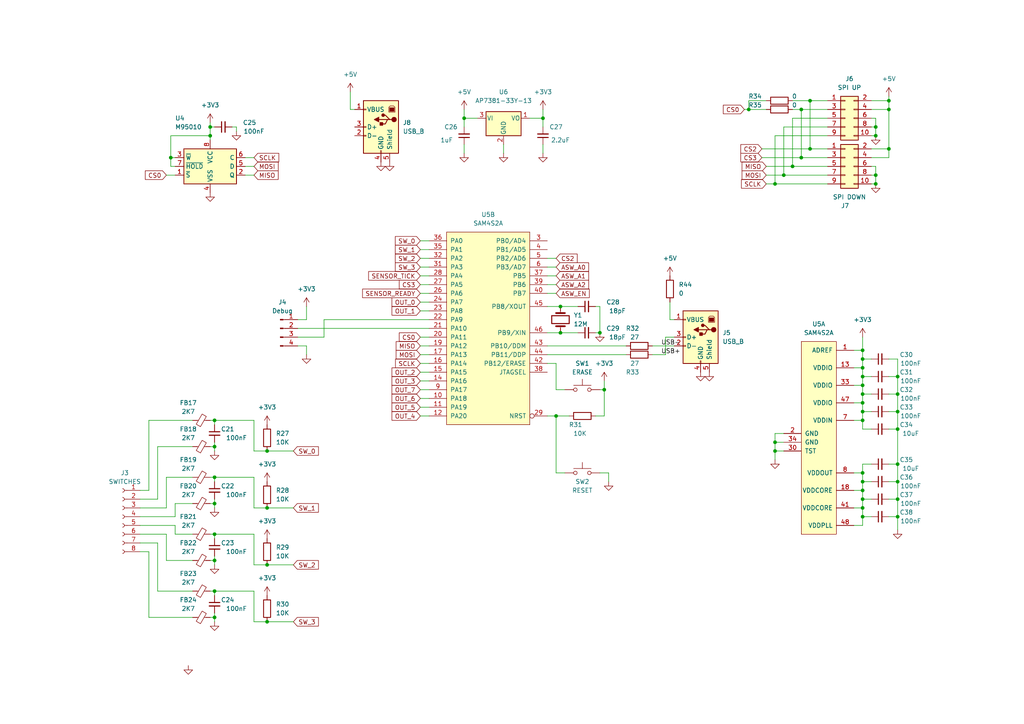
<source format=kicad_sch>
(kicad_sch (version 20211123) (generator eeschema)
  (paper "A4")
  (lib_symbols
    (symbol "Connector:Conn_01x04_Male" (pin_names (offset 1.016) hide)
      (property "Reference" "J" (at 0 5.08 0))
      (property "Value" "Conn_01x04_Male" (at 0 -7.62 0))
      (symbol "Conn_01x04_Male_1_1"
        (pin passive line (at 5.08 2.54 180) (length 3.81) (name "Pin_1") (number "1"))
        (pin passive line (at 5.08 0 180) (length 3.81) (name "Pin_2") (number "2"))
        (pin passive line (at 5.08 -2.54 180) (length 3.81) (name "Pin_3") (number "3"))
        (pin passive line (at 5.08 -5.08 180) (length 3.81) (name "Pin_4") (number "4"))
      )
    )
    (symbol "Connector:Conn_01x08_Female" (pin_names (offset 1.016) hide)
      (property "Reference" "J" (at 0 10.16 0))
      (property "Value" "Conn_01x08_Female" (at 0 -12.7 0))
      (symbol "Conn_01x08_Female_1_1"
        (pin passive line (at -5.08 7.62 0) (length 3.81) (name "Pin_1") (number "1"))
        (pin passive line (at -5.08 5.08 0) (length 3.81) (name "Pin_2") (number "2"))
        (pin passive line (at -5.08 2.54 0) (length 3.81) (name "Pin_3") (number "3"))
        (pin passive line (at -5.08 0 0) (length 3.81) (name "Pin_4") (number "4"))
        (pin passive line (at -5.08 -2.54 0) (length 3.81) (name "Pin_5") (number "5"))
        (pin passive line (at -5.08 -5.08 0) (length 3.81) (name "Pin_6") (number "6"))
        (pin passive line (at -5.08 -7.62 0) (length 3.81) (name "Pin_7") (number "7"))
        (pin passive line (at -5.08 -10.16 0) (length 3.81) (name "Pin_8") (number "8"))
      )
    )
    (symbol "Connector:USB_B" (pin_names (offset 1.016))
      (property "Reference" "J" (at -5.08 11.43 0))
      (property "Value" "USB_B" (at -5.08 8.89 0))
      (symbol "USB_B_1_1"
        (pin power_out line (at 7.62 5.08 180) (length 2.54) (name "VBUS") (number "1"))
        (pin bidirectional line (at 7.62 -2.54 180) (length 2.54) (name "D-") (number "2"))
        (pin bidirectional line (at 7.62 0 180) (length 2.54) (name "D+") (number "3"))
        (pin power_out line (at 0 -10.16 90) (length 2.54) (name "GND") (number "4"))
        (pin passive line (at -2.54 -10.16 90) (length 2.54) (name "Shield") (number "5"))
      )
    )
    (symbol "Connector_Generic:Conn_02x05_Odd_Even" (pin_names (offset 1.016) hide)
      (property "Reference" "J" (at 1.27 7.62 0))
      (property "Value" "Conn_02x05_Odd_Even" (at 1.27 -7.62 0))
      (symbol "Conn_02x05_Odd_Even_1_1"
        (pin passive line (at -5.08 5.08 0) (length 3.81) (name "Pin_1") (number "1"))
        (pin passive line (at 7.62 -5.08 180) (length 3.81) (name "Pin_10") (number "10"))
        (pin passive line (at 7.62 5.08 180) (length 3.81) (name "Pin_2") (number "2"))
        (pin passive line (at -5.08 2.54 0) (length 3.81) (name "Pin_3") (number "3"))
        (pin passive line (at 7.62 2.54 180) (length 3.81) (name "Pin_4") (number "4"))
        (pin passive line (at -5.08 0 0) (length 3.81) (name "Pin_5") (number "5"))
        (pin passive line (at 7.62 0 180) (length 3.81) (name "Pin_6") (number "6"))
        (pin passive line (at -5.08 -2.54 0) (length 3.81) (name "Pin_7") (number "7"))
        (pin passive line (at 7.62 -2.54 180) (length 3.81) (name "Pin_8") (number "8"))
        (pin passive line (at -5.08 -5.08 0) (length 3.81) (name "Pin_9") (number "9"))
      )
    )
    (symbol "Device:C_Small" (pin_numbers hide) (pin_names (offset 0.254) hide)
      (property "Reference" "C" (at 0.254 1.778 0))
      (property "Value" "C_Small" (at 0.254 -2.032 0))
      (symbol "C_Small_1_1"
        (pin passive line (at 0 2.54 270) (length 2.032) (name "~") (number "1"))
        (pin passive line (at 0 -2.54 90) (length 2.032) (name "~") (number "2"))
      )
    )
    (symbol "Device:Crystal" (pin_numbers hide) (pin_names (offset 1.016) hide)
      (property "Reference" "Y" (at 0 3.81 0))
      (property "Value" "Crystal" (at 0 -3.81 0))
      (symbol "Crystal_1_1"
        (pin passive line (at -3.81 0 0) (length 1.27) (name "1") (number "1"))
        (pin passive line (at 3.81 0 180) (length 1.27) (name "2") (number "2"))
      )
    )
    (symbol "Device:FerriteBead_Small" (pin_numbers hide) (pin_names (offset 0))
      (property "Reference" "FB" (at 1.905 1.27 0))
      (property "Value" "FerriteBead_Small" (at 1.905 -1.27 0))
      (symbol "FerriteBead_Small_1_1"
        (pin passive line (at 0 2.54 270) (length 1.27) (name "~") (number "1"))
        (pin passive line (at 0 -2.54 90) (length 1.27) (name "~") (number "2"))
      )
    )
    (symbol "Device:R" (pin_numbers hide) (pin_names (offset 0))
      (property "Reference" "R" (at 2.032 0 90))
      (property "Value" "R" (at 0 0 90))
      (symbol "R_1_1"
        (pin passive line (at 0 3.81 270) (length 1.27) (name "~") (number "1"))
        (pin passive line (at 0 -3.81 90) (length 1.27) (name "~") (number "2"))
      )
    )
    (symbol "GND_1" (power) (pin_names (offset 0))
      (property "Value" "GND_1" (at 0 -3.81 0))
      (symbol "GND_1_1_1"
        (pin power_in line (at 0 0 270) (length 0) hide (name "GND") (number "1"))
      )
    )
    (symbol "Memory_EEPROM:M95256-WMN6P"
      (property "Reference" "U" (at -7.62 6.35 0))
      (property "Value" "M95256-WMN6P" (at 2.54 -6.35 0))
      (symbol "M95256-WMN6P_1_1"
        (pin input line (at -10.16 -2.54 0) (length 2.54) (name "~{S}") (number "1"))
        (pin output line (at 10.16 -2.54 180) (length 2.54) (name "Q") (number "2"))
        (pin input line (at -10.16 2.54 0) (length 2.54) (name "~{W}") (number "3"))
        (pin power_in line (at 0 -7.62 90) (length 2.54) (name "VSS") (number "4"))
        (pin input line (at 10.16 0 180) (length 2.54) (name "D") (number "5"))
        (pin input line (at 10.16 2.54 180) (length 2.54) (name "C") (number "6"))
        (pin input line (at -10.16 0 0) (length 2.54) (name "~{HOLD}") (number "7"))
        (pin power_in line (at 0 7.62 270) (length 2.54) (name "VCC") (number "8"))
      )
    )
    (symbol "Regulator_Linear:AP7384-28Y" (pin_names (offset 0.254))
      (property "Reference" "U" (at -3.81 3.175 0))
      (property "Value" "AP7384-28Y" (at 0 3.175 0))
      (symbol "AP7384-28Y_1_1"
        (pin power_out line (at 7.62 0 180) (length 2.54) (name "VO") (number "1"))
        (pin power_in line (at 0 -7.62 90) (length 2.54) (name "GND") (number "2"))
        (pin power_in line (at -7.62 0 0) (length 2.54) (name "VI") (number "3"))
      )
    )
    (symbol "Switch:SW_Push" (pin_numbers hide) (pin_names (offset 1.016) hide)
      (property "Reference" "SW" (at 1.27 2.54 0))
      (property "Value" "SW_Push" (at 0 -1.524 0))
      (symbol "SW_Push_0_1"
        (pin passive line (at -5.08 0 0) (length 2.54) (name "1") (number "1"))
        (pin passive line (at 5.08 0 180) (length 2.54) (name "2") (number "2"))
      )
    )
    (symbol "piphile:SAM4S2A" (pin_names (offset 1.016))
      (property "Reference" "U2" (at 7.62 60.96 0))
      (property "Value" "SAM4S2A" (at 8.89 58.42 0))
      (symbol "SAM4S2A_1_1"
        (pin power_in line (at 13.97 12.7 180) (length 5.08) (name "ADREF") (number "1"))
        (pin power_in line (at 13.97 7.62 180) (length 5.08) (name "VDDIO") (number "13"))
        (pin power_in line (at 13.97 -27.94 180) (length 5.08) (name "VDDCORE") (number "18"))
        (pin power_in line (at -6.35 -11.43 0) (length 5.08) (name "GND") (number "2"))
        (pin input line (at -6.35 -16.51 0) (length 5.08) (name "TST") (number "30"))
        (pin power_in line (at 13.97 2.54 180) (length 5.08) (name "VDDIO") (number "33"))
        (pin power_in line (at -6.35 -13.97 0) (length 5.08) (name "GND") (number "34"))
        (pin power_in line (at 13.97 -33.02 180) (length 5.08) (name "VDDCORE") (number "41"))
        (pin power_in line (at 13.97 -2.54 180) (length 5.08) (name "VDDIO") (number "47"))
        (pin power_in line (at 13.97 -38.1 180) (length 5.08) (name "VDDPLL") (number "48"))
        (pin power_in line (at 13.97 -7.62 180) (length 5.08) (name "VDDIN") (number "7"))
        (pin power_out line (at 13.97 -22.86 180) (length 5.08) (name "VDDOUT") (number "8"))
      )
      (symbol "SAM4S2A_2_1"
        (pin bidirectional line (at -5.08 2.54 0) (length 5.08) (name "PA18") (number "10"))
        (pin bidirectional line (at -5.08 0 0) (length 5.08) (name "PA19") (number "11"))
        (pin bidirectional line (at -5.08 -2.54 0) (length 5.08) (name "PA20") (number "12"))
        (pin bidirectional line (at -5.08 7.62 0) (length 5.08) (name "PA16") (number "14"))
        (pin bidirectional line (at -5.08 10.16 0) (length 5.08) (name "PA15") (number "15"))
        (pin bidirectional line (at -5.08 12.7 0) (length 5.08) (name "PA14") (number "16"))
        (pin bidirectional line (at -5.08 15.24 0) (length 5.08) (name "PA13") (number "17"))
        (pin bidirectional line (at -5.08 17.78 0) (length 5.08) (name "PA12") (number "19"))
        (pin bidirectional line (at -5.08 20.32 0) (length 5.08) (name "PA11") (number "20"))
        (pin bidirectional line (at -5.08 22.86 0) (length 5.08) (name "PA10") (number "21"))
        (pin bidirectional line (at -5.08 25.4 0) (length 5.08) (name "PA9") (number "22"))
        (pin bidirectional line (at -5.08 27.94 0) (length 5.08) (name "PA8") (number "23"))
        (pin bidirectional line (at -5.08 30.48 0) (length 5.08) (name "PA7") (number "24"))
        (pin bidirectional line (at -5.08 33.02 0) (length 5.08) (name "PA6") (number "26"))
        (pin bidirectional line (at -5.08 35.56 0) (length 5.08) (name "PA5") (number "27"))
        (pin bidirectional line (at -5.08 38.1 0) (length 5.08) (name "PA4") (number "28"))
        (pin input inverted (at 29.21 -2.54 180) (length 5.08) (name "NRST") (number "29"))
        (pin bidirectional line (at 29.21 48.26 180) (length 5.08) (name "PB0/AD4") (number "3"))
        (pin bidirectional line (at -5.08 40.64 0) (length 5.08) (name "PA3") (number "31"))
        (pin bidirectional line (at -5.08 43.18 0) (length 5.08) (name "PA2") (number "32"))
        (pin bidirectional line (at -5.08 45.72 0) (length 5.08) (name "PA1") (number "35"))
        (pin bidirectional line (at -5.08 48.26 0) (length 5.08) (name "PA0") (number "36"))
        (pin bidirectional line (at 29.21 38.1 180) (length 5.08) (name "PB5") (number "37"))
        (pin bidirectional line (at 29.21 10.16 180) (length 5.08) (name "JTAGSEL") (number "38"))
        (pin bidirectional line (at 29.21 35.56 180) (length 5.08) (name "PB6") (number "39"))
        (pin bidirectional line (at 29.21 45.72 180) (length 5.08) (name "PB1/AD5") (number "4"))
        (pin bidirectional line (at 29.21 33.02 180) (length 5.08) (name "PB7") (number "40"))
        (pin bidirectional line (at 29.21 12.7 180) (length 5.08) (name "PB12/ERASE") (number "42"))
        (pin bidirectional line (at 29.21 17.78 180) (length 5.08) (name "PB10/DDM") (number "43"))
        (pin bidirectional line (at 29.21 15.24 180) (length 5.08) (name "PB11/DDP") (number "44"))
        (pin output line (at 29.21 29.21 180) (length 5.08) (name "PB8/XOUT") (number "45"))
        (pin input line (at 29.21 21.59 180) (length 5.08) (name "PB9/XIN") (number "46"))
        (pin bidirectional line (at 29.21 43.18 180) (length 5.08) (name "PB2/AD6") (number "5"))
        (pin bidirectional line (at 29.21 40.64 180) (length 5.08) (name "PB3/AD7") (number "6"))
        (pin bidirectional line (at -5.08 5.08 0) (length 5.08) (name "PA17") (number "9"))
      )
    )
    (symbol "power:+3V3" (power) (pin_names (offset 0))
      (property "Value" "+3V3" (at 0 3.556 0))
      (symbol "+3V3_1_1"
        (pin power_in line (at 0 0 90) (length 0) hide (name "+3V3") (number "1"))
      )
    )
    (symbol "power:+5V" (power) (pin_names (offset 0))
      (property "Value" "+5V" (at 0 3.556 0))
      (symbol "+5V_1_1"
        (pin power_in line (at 0 0 90) (length 0) hide (name "+5V") (number "1"))
      )
    )
  )
  (junction (at 134.62 34.29))
  (junction (at 260.35 109.22))
  (junction (at 234.95 29.21))
  (junction (at 260.35 134.62))
  (junction (at 175.26 113.03))
  (junction (at 254 50.8))
  (junction (at 254 39.37))
  (junction (at 257.81 29.21))
  (junction (at 62.23 146.05))
  (junction (at 250.19 111.76))
  (junction (at 250.19 144.78))
  (junction (at 49.53 45.72))
  (junction (at 224.79 53.34))
  (junction (at 250.19 137.16))
  (junction (at 254 36.83))
  (junction (at 77.47 147.32))
  (junction (at 250.19 116.84))
  (junction (at 77.47 130.81))
  (junction (at 260.35 144.78))
  (junction (at 62.23 138.43))
  (junction (at 227.33 50.8))
  (junction (at 77.47 163.83))
  (junction (at 250.19 121.92))
  (junction (at 77.47 180.34))
  (junction (at 157.48 34.29))
  (junction (at 62.23 129.54))
  (junction (at 217.17 31.75))
  (junction (at 260.35 124.46))
  (junction (at 260.35 114.3))
  (junction (at 62.23 154.94))
  (junction (at 234.95 43.18))
  (junction (at 224.79 128.27))
  (junction (at 260.35 119.38))
  (junction (at 60.96 39.37))
  (junction (at 254 53.34))
  (junction (at 162.56 96.52))
  (junction (at 257.81 31.75))
  (junction (at 250.19 139.7))
  (junction (at 250.19 147.32))
  (junction (at 232.41 45.72))
  (junction (at 250.19 119.38))
  (junction (at 250.19 109.22))
  (junction (at 224.79 130.81))
  (junction (at 250.19 104.14))
  (junction (at 260.35 149.86))
  (junction (at 250.19 142.24))
  (junction (at 173.99 96.52))
  (junction (at 232.41 31.75))
  (junction (at 250.19 101.6))
  (junction (at 250.19 114.3))
  (junction (at 161.29 120.65))
  (junction (at 250.19 106.68))
  (junction (at 60.96 36.83))
  (junction (at 229.87 48.26))
  (junction (at 162.56 88.9))
  (junction (at 260.35 139.7))
  (junction (at 62.23 171.45))
  (junction (at 62.23 121.92))
  (junction (at 62.23 179.07))
  (junction (at 257.81 43.18))
  (junction (at 62.23 162.56))
  (junction (at 250.19 149.86))
  (wire (pts (xy 250.19 139.7) (xy 250.19 142.24)))
  (wire (pts (xy 62.23 138.43) (xy 73.66 138.43)))
  (wire (pts (xy 250.19 104.14) (xy 250.19 106.68)))
  (wire (pts (xy 62.23 179.07) (xy 62.23 180.34)))
  (wire (pts (xy 175.26 120.65) (xy 172.72 120.65)))
  (wire (pts (xy 240.03 36.83) (xy 227.33 36.83)))
  (wire (pts (xy 48.26 138.43) (xy 55.88 138.43)))
  (wire (pts (xy 62.23 162.56) (xy 62.23 163.83)))
  (wire (pts (xy 121.92 87.63) (xy 124.46 87.63)))
  (wire (pts (xy 257.81 144.78) (xy 260.35 144.78)))
  (wire (pts (xy 62.23 171.45) (xy 73.66 171.45)))
  (wire (pts (xy 252.73 48.26) (xy 254 48.26)))
  (wire (pts (xy 161.29 137.16) (xy 161.29 120.65)))
  (wire (pts (xy 257.81 114.3) (xy 260.35 114.3)))
  (wire (pts (xy 121.92 74.93) (xy 124.46 74.93)))
  (wire (pts (xy 73.66 171.45) (xy 73.66 180.34)))
  (wire (pts (xy 250.19 149.86) (xy 252.73 149.86)))
  (wire (pts (xy 250.19 152.4) (xy 250.19 149.86)))
  (wire (pts (xy 250.19 121.92) (xy 250.19 119.38)))
  (wire (pts (xy 73.66 154.94) (xy 73.66 163.83)))
  (wire (pts (xy 224.79 130.81) (xy 224.79 133.35)))
  (wire (pts (xy 222.25 48.26) (xy 229.87 48.26)))
  (wire (pts (xy 60.96 36.83) (xy 60.96 39.37)))
  (wire (pts (xy 45.72 129.54) (xy 55.88 129.54)))
  (wire (pts (xy 40.64 147.32) (xy 48.26 147.32)))
  (wire (pts (xy 250.19 137.16) (xy 250.19 139.7)))
  (wire (pts (xy 60.96 146.05) (xy 62.23 146.05)))
  (wire (pts (xy 93.98 97.79) (xy 93.98 92.71)))
  (wire (pts (xy 247.65 101.6) (xy 250.19 101.6)))
  (wire (pts (xy 257.81 139.7) (xy 260.35 139.7)))
  (wire (pts (xy 121.92 85.09) (xy 124.46 85.09)))
  (wire (pts (xy 62.23 154.94) (xy 62.23 156.21)))
  (wire (pts (xy 71.12 48.26) (xy 73.66 48.26)))
  (wire (pts (xy 48.26 162.56) (xy 55.88 162.56)))
  (wire (pts (xy 229.87 31.75) (xy 232.41 31.75)))
  (wire (pts (xy 45.72 157.48) (xy 45.72 171.45)))
  (wire (pts (xy 217.17 31.75) (xy 215.9 31.75)))
  (wire (pts (xy 45.72 171.45) (xy 55.88 171.45)))
  (wire (pts (xy 45.72 144.78) (xy 45.72 129.54)))
  (wire (pts (xy 224.79 53.34) (xy 240.03 53.34)))
  (wire (pts (xy 86.36 100.33) (xy 88.9 100.33)))
  (wire (pts (xy 173.99 137.16) (xy 176.53 137.16)))
  (wire (pts (xy 240.03 31.75) (xy 232.41 31.75)))
  (wire (pts (xy 162.56 88.9) (xy 167.64 88.9)))
  (wire (pts (xy 234.95 43.18) (xy 240.03 43.18)))
  (wire (pts (xy 157.48 41.91) (xy 157.48 44.45)))
  (wire (pts (xy 217.17 31.75) (xy 222.25 31.75)))
  (wire (pts (xy 86.36 97.79) (xy 93.98 97.79)))
  (wire (pts (xy 88.9 92.71) (xy 88.9 88.9)))
  (wire (pts (xy 250.19 109.22) (xy 252.73 109.22)))
  (wire (pts (xy 121.92 82.55) (xy 124.46 82.55)))
  (wire (pts (xy 250.19 149.86) (xy 250.19 147.32)))
  (wire (pts (xy 86.36 95.25) (xy 124.46 95.25)))
  (wire (pts (xy 222.25 53.34) (xy 224.79 53.34)))
  (wire (pts (xy 157.48 34.29) (xy 157.48 36.83)))
  (wire (pts (xy 121.92 77.47) (xy 124.46 77.47)))
  (wire (pts (xy 134.62 34.29) (xy 134.62 36.83)))
  (wire (pts (xy 173.99 96.52) (xy 173.99 88.9)))
  (wire (pts (xy 49.53 45.72) (xy 49.53 39.37)))
  (wire (pts (xy 250.19 111.76) (xy 250.19 114.3)))
  (wire (pts (xy 250.19 124.46) (xy 250.19 121.92)))
  (wire (pts (xy 254 34.29) (xy 254 36.83)))
  (wire (pts (xy 62.23 154.94) (xy 73.66 154.94)))
  (wire (pts (xy 48.26 147.32) (xy 48.26 138.43)))
  (wire (pts (xy 217.17 29.21) (xy 217.17 31.75)))
  (wire (pts (xy 62.23 146.05) (xy 62.23 147.32)))
  (wire (pts (xy 252.73 36.83) (xy 254 36.83)))
  (wire (pts (xy 224.79 39.37) (xy 224.79 53.34)))
  (wire (pts (xy 250.19 147.32) (xy 250.19 144.78)))
  (wire (pts (xy 250.19 119.38) (xy 252.73 119.38)))
  (wire (pts (xy 158.75 96.52) (xy 162.56 96.52)))
  (wire (pts (xy 194.31 87.63) (xy 194.31 92.71)))
  (wire (pts (xy 250.19 142.24) (xy 247.65 142.24)))
  (wire (pts (xy 86.36 92.71) (xy 88.9 92.71)))
  (wire (pts (xy 260.35 109.22) (xy 260.35 114.3)))
  (wire (pts (xy 189.23 102.87) (xy 193.04 102.87)))
  (wire (pts (xy 257.81 31.75) (xy 257.81 29.21)))
  (wire (pts (xy 73.66 147.32) (xy 77.47 147.32)))
  (wire (pts (xy 48.26 50.8) (xy 50.8 50.8)))
  (wire (pts (xy 252.73 34.29) (xy 254 34.29)))
  (wire (pts (xy 121.92 90.17) (xy 124.46 90.17)))
  (wire (pts (xy 73.66 121.92) (xy 73.66 130.81)))
  (wire (pts (xy 93.98 92.71) (xy 124.46 92.71)))
  (wire (pts (xy 158.75 100.33) (xy 181.61 100.33)))
  (wire (pts (xy 173.99 113.03) (xy 175.26 113.03)))
  (wire (pts (xy 260.35 153.67) (xy 260.35 149.86)))
  (wire (pts (xy 121.92 107.95) (xy 124.46 107.95)))
  (wire (pts (xy 62.23 177.8) (xy 62.23 179.07)))
  (wire (pts (xy 260.35 134.62) (xy 260.35 139.7)))
  (wire (pts (xy 40.64 152.4) (xy 50.8 152.4)))
  (wire (pts (xy 71.12 50.8) (xy 73.66 50.8)))
  (wire (pts (xy 250.19 109.22) (xy 250.19 111.76)))
  (wire (pts (xy 60.96 171.45) (xy 62.23 171.45)))
  (wire (pts (xy 257.81 109.22) (xy 260.35 109.22)))
  (wire (pts (xy 250.19 134.62) (xy 252.73 134.62)))
  (wire (pts (xy 60.96 138.43) (xy 62.23 138.43)))
  (wire (pts (xy 250.19 144.78) (xy 250.19 142.24)))
  (wire (pts (xy 257.81 124.46) (xy 260.35 124.46)))
  (wire (pts (xy 254 50.8) (xy 254 53.34)))
  (wire (pts (xy 77.47 180.34) (xy 85.09 180.34)))
  (wire (pts (xy 121.92 115.57) (xy 124.46 115.57)))
  (wire (pts (xy 62.23 161.29) (xy 62.23 162.56)))
  (wire (pts (xy 193.04 97.79) (xy 195.58 97.79)))
  (wire (pts (xy 250.19 106.68) (xy 250.19 109.22)))
  (wire (pts (xy 247.65 116.84) (xy 250.19 116.84)))
  (wire (pts (xy 254 48.26) (xy 254 50.8)))
  (wire (pts (xy 260.35 119.38) (xy 260.35 124.46)))
  (wire (pts (xy 220.98 43.18) (xy 234.95 43.18)))
  (wire (pts (xy 60.96 35.56) (xy 60.96 36.83)))
  (wire (pts (xy 222.25 50.8) (xy 227.33 50.8)))
  (wire (pts (xy 234.95 29.21) (xy 234.95 43.18)))
  (wire (pts (xy 77.47 163.83) (xy 85.09 163.83)))
  (wire (pts (xy 60.96 39.37) (xy 60.96 40.64)))
  (wire (pts (xy 121.92 72.39) (xy 124.46 72.39)))
  (wire (pts (xy 43.18 179.07) (xy 55.88 179.07)))
  (wire (pts (xy 158.75 88.9) (xy 162.56 88.9)))
  (wire (pts (xy 62.23 128.27) (xy 62.23 129.54)))
  (wire (pts (xy 163.83 113.03) (xy 161.29 113.03)))
  (wire (pts (xy 224.79 130.81) (xy 227.33 130.81)))
  (wire (pts (xy 146.05 41.91) (xy 146.05 44.45)))
  (wire (pts (xy 121.92 69.85) (xy 124.46 69.85)))
  (wire (pts (xy 43.18 142.24) (xy 43.18 121.92)))
  (wire (pts (xy 250.19 114.3) (xy 252.73 114.3)))
  (wire (pts (xy 250.19 114.3) (xy 250.19 116.84)))
  (wire (pts (xy 173.99 88.9) (xy 172.72 88.9)))
  (wire (pts (xy 40.64 144.78) (xy 45.72 144.78)))
  (wire (pts (xy 73.66 163.83) (xy 77.47 163.83)))
  (wire (pts (xy 224.79 128.27) (xy 227.33 128.27)))
  (wire (pts (xy 257.81 45.72) (xy 257.81 43.18)))
  (wire (pts (xy 73.66 180.34) (xy 77.47 180.34)))
  (wire (pts (xy 252.73 45.72) (xy 257.81 45.72)))
  (wire (pts (xy 60.96 36.83) (xy 62.23 36.83)))
  (wire (pts (xy 252.73 43.18) (xy 257.81 43.18)))
  (wire (pts (xy 121.92 80.01) (xy 124.46 80.01)))
  (wire (pts (xy 158.75 85.09) (xy 161.29 85.09)))
  (wire (pts (xy 224.79 128.27) (xy 224.79 130.81)))
  (wire (pts (xy 121.92 120.65) (xy 124.46 120.65)))
  (wire (pts (xy 68.58 38.1) (xy 68.58 36.83)))
  (wire (pts (xy 50.8 48.26) (xy 49.53 48.26)))
  (wire (pts (xy 121.92 102.87) (xy 124.46 102.87)))
  (wire (pts (xy 49.53 39.37) (xy 60.96 39.37)))
  (wire (pts (xy 257.81 149.86) (xy 260.35 149.86)))
  (wire (pts (xy 158.75 74.93) (xy 161.29 74.93)))
  (wire (pts (xy 163.83 137.16) (xy 161.29 137.16)))
  (wire (pts (xy 62.23 138.43) (xy 62.23 139.7)))
  (wire (pts (xy 252.73 124.46) (xy 250.19 124.46)))
  (wire (pts (xy 250.19 144.78) (xy 252.73 144.78)))
  (wire (pts (xy 260.35 149.86) (xy 260.35 144.78)))
  (wire (pts (xy 158.75 82.55) (xy 161.29 82.55)))
  (wire (pts (xy 62.23 121.92) (xy 62.23 123.19)))
  (wire (pts (xy 49.53 45.72) (xy 50.8 45.72)))
  (wire (pts (xy 247.65 137.16) (xy 250.19 137.16)))
  (wire (pts (xy 161.29 120.65) (xy 165.1 120.65)))
  (wire (pts (xy 257.81 43.18) (xy 257.81 31.75)))
  (wire (pts (xy 68.58 36.83) (xy 67.31 36.83)))
  (wire (pts (xy 50.8 154.94) (xy 50.8 152.4)))
  (wire (pts (xy 43.18 121.92) (xy 55.88 121.92)))
  (wire (pts (xy 227.33 50.8) (xy 240.03 50.8)))
  (wire (pts (xy 260.35 114.3) (xy 260.35 119.38)))
  (wire (pts (xy 240.03 39.37) (xy 224.79 39.37)))
  (wire (pts (xy 193.04 102.87) (xy 193.04 97.79)))
  (wire (pts (xy 172.72 96.52) (xy 173.99 96.52)))
  (wire (pts (xy 157.48 34.29) (xy 157.48 31.75)))
  (wire (pts (xy 158.75 102.87) (xy 181.61 102.87)))
  (wire (pts (xy 121.92 118.11) (xy 124.46 118.11)))
  (wire (pts (xy 101.6 31.75) (xy 102.87 31.75)))
  (wire (pts (xy 101.6 26.67) (xy 101.6 31.75)))
  (wire (pts (xy 134.62 41.91) (xy 134.62 44.45)))
  (wire (pts (xy 73.66 130.81) (xy 77.47 130.81)))
  (wire (pts (xy 232.41 45.72) (xy 240.03 45.72)))
  (wire (pts (xy 77.47 147.32) (xy 85.09 147.32)))
  (wire (pts (xy 161.29 113.03) (xy 161.29 105.41)))
  (wire (pts (xy 121.92 97.79) (xy 124.46 97.79)))
  (wire (pts (xy 257.81 29.21) (xy 257.81 27.94)))
  (wire (pts (xy 62.23 129.54) (xy 62.23 130.81)))
  (wire (pts (xy 55.88 154.94) (xy 50.8 154.94)))
  (wire (pts (xy 62.23 171.45) (xy 62.23 172.72)))
  (wire (pts (xy 121.92 105.41) (xy 124.46 105.41)))
  (wire (pts (xy 194.31 92.71) (xy 195.58 92.71)))
  (wire (pts (xy 247.65 106.68) (xy 250.19 106.68)))
  (wire (pts (xy 222.25 29.21) (xy 217.17 29.21)))
  (wire (pts (xy 43.18 160.02) (xy 43.18 179.07)))
  (wire (pts (xy 71.12 45.72) (xy 73.66 45.72)))
  (wire (pts (xy 88.9 100.33) (xy 88.9 102.87)))
  (wire (pts (xy 260.35 124.46) (xy 260.35 134.62)))
  (wire (pts (xy 134.62 34.29) (xy 138.43 34.29)))
  (wire (pts (xy 257.81 134.62) (xy 260.35 134.62)))
  (wire (pts (xy 247.65 152.4) (xy 250.19 152.4)))
  (wire (pts (xy 250.19 134.62) (xy 250.19 137.16)))
  (wire (pts (xy 121.92 100.33) (xy 124.46 100.33)))
  (wire (pts (xy 158.75 77.47) (xy 161.29 77.47)))
  (wire (pts (xy 260.35 109.22) (xy 260.35 104.14)))
  (wire (pts (xy 250.19 104.14) (xy 252.73 104.14)))
  (wire (pts (xy 232.41 31.75) (xy 232.41 45.72)))
  (wire (pts (xy 227.33 36.83) (xy 227.33 50.8)))
  (wire (pts (xy 254 36.83) (xy 254 39.37)))
  (wire (pts (xy 40.64 154.94) (xy 48.26 154.94)))
  (wire (pts (xy 229.87 29.21) (xy 234.95 29.21)))
  (wire (pts (xy 252.73 53.34) (xy 254 53.34)))
  (wire (pts (xy 250.19 101.6) (xy 250.19 104.14)))
  (wire (pts (xy 189.23 100.33) (xy 195.58 100.33)))
  (wire (pts (xy 60.96 179.07) (xy 62.23 179.07)))
  (wire (pts (xy 250.19 97.79) (xy 250.19 101.6)))
  (wire (pts (xy 40.64 142.24) (xy 43.18 142.24)))
  (wire (pts (xy 162.56 96.52) (xy 167.64 96.52)))
  (wire (pts (xy 60.96 129.54) (xy 62.23 129.54)))
  (wire (pts (xy 257.81 119.38) (xy 260.35 119.38)))
  (wire (pts (xy 252.73 39.37) (xy 254 39.37)))
  (wire (pts (xy 49.53 48.26) (xy 49.53 45.72)))
  (wire (pts (xy 247.65 111.76) (xy 250.19 111.76)))
  (wire (pts (xy 153.67 34.29) (xy 157.48 34.29)))
  (wire (pts (xy 250.19 139.7) (xy 252.73 139.7)))
  (wire (pts (xy 252.73 50.8) (xy 254 50.8)))
  (wire (pts (xy 40.64 160.02) (xy 43.18 160.02)))
  (wire (pts (xy 40.64 149.86) (xy 50.8 149.86)))
  (wire (pts (xy 176.53 137.16) (xy 176.53 139.7)))
  (wire (pts (xy 252.73 29.21) (xy 257.81 29.21)))
  (wire (pts (xy 227.33 125.73) (xy 224.79 125.73)))
  (wire (pts (xy 260.35 104.14) (xy 257.81 104.14)))
  (wire (pts (xy 77.47 130.81) (xy 85.09 130.81)))
  (wire (pts (xy 247.65 147.32) (xy 250.19 147.32)))
  (wire (pts (xy 240.03 34.29) (xy 229.87 34.29)))
  (wire (pts (xy 220.98 45.72) (xy 232.41 45.72)))
  (wire (pts (xy 175.26 113.03) (xy 175.26 120.65)))
  (wire (pts (xy 121.92 113.03) (xy 124.46 113.03)))
  (wire (pts (xy 60.96 162.56) (xy 62.23 162.56)))
  (wire (pts (xy 50.8 146.05) (xy 55.88 146.05)))
  (wire (pts (xy 247.65 121.92) (xy 250.19 121.92)))
  (wire (pts (xy 252.73 31.75) (xy 257.81 31.75)))
  (wire (pts (xy 121.92 110.49) (xy 124.46 110.49)))
  (wire (pts (xy 229.87 34.29) (xy 229.87 48.26)))
  (wire (pts (xy 50.8 149.86) (xy 50.8 146.05)))
  (wire (pts (xy 62.23 144.78) (xy 62.23 146.05)))
  (wire (pts (xy 240.03 29.21) (xy 234.95 29.21)))
  (wire (pts (xy 158.75 80.01) (xy 161.29 80.01)))
  (wire (pts (xy 161.29 105.41) (xy 158.75 105.41)))
  (wire (pts (xy 175.26 110.49) (xy 175.26 113.03)))
  (wire (pts (xy 40.64 157.48) (xy 45.72 157.48)))
  (wire (pts (xy 73.66 138.43) (xy 73.66 147.32)))
  (wire (pts (xy 48.26 154.94) (xy 48.26 162.56)))
  (wire (pts (xy 60.96 154.94) (xy 62.23 154.94)))
  (wire (pts (xy 158.75 120.65) (xy 161.29 120.65)))
  (wire (pts (xy 224.79 125.73) (xy 224.79 128.27)))
  (wire (pts (xy 60.96 121.92) (xy 62.23 121.92)))
  (wire (pts (xy 260.35 144.78) (xy 260.35 139.7)))
  (wire (pts (xy 229.87 48.26) (xy 240.03 48.26)))
  (wire (pts (xy 62.23 121.92) (xy 73.66 121.92)))
  (wire (pts (xy 250.19 119.38) (xy 250.19 116.84)))
  (wire (pts (xy 134.62 31.75) (xy 134.62 34.29)))
  (label "USB+" (at 191.77 102.87 0))
  (label "USB-" (at 191.77 100.33 0))
  (global_label "OUT_7" (shape input) (at 121.92 113.03 180) (property "Intersheet References" "${INTERSHEET_REFS}" (effects hide)))
  (global_label "SENSOR_READY" (shape input) (at 121.92 85.09 180) (property "Intersheet References" "${INTERSHEET_REFS}" (effects hide)))
  (global_label "SCLK" (shape input) (at 222.25 53.34 180) (property "Intersheet References" "${INTERSHEET_REFS}" (effects hide)))
  (global_label "SW_0" (shape input) (at 121.92 69.85 180) (property "Intersheet References" "${INTERSHEET_REFS}" (effects hide)))
  (global_label "OUT_6" (shape input) (at 121.92 115.57 180) (property "Intersheet References" "${INTERSHEET_REFS}" (effects hide)))
  (global_label "OUT_1" (shape input) (at 121.92 90.17 180) (property "Intersheet References" "${INTERSHEET_REFS}" (effects hide)))
  (global_label "OUT_5" (shape input) (at 121.92 118.11 180) (property "Intersheet References" "${INTERSHEET_REFS}" (effects hide)))
  (global_label "SCLK" (shape input) (at 73.66 45.72 0) (property "Intersheet References" "${INTERSHEET_REFS}" (effects hide)))
  (global_label "MOSI" (shape input) (at 121.92 102.87 180) (property "Intersheet References" "${INTERSHEET_REFS}" (effects hide)))
  (global_label "SW_3" (shape input) (at 121.92 77.47 180) (property "Intersheet References" "${INTERSHEET_REFS}" (effects hide)))
  (global_label "SENSOR_TICK" (shape input) (at 121.92 80.01 180) (property "Intersheet References" "${INTERSHEET_REFS}" (effects hide)))
  (global_label "SW_1" (shape input) (at 121.92 72.39 180) (property "Intersheet References" "${INTERSHEET_REFS}" (effects hide)))
  (global_label "CS0" (shape input) (at 121.92 97.79 180) (property "Intersheet References" "${INTERSHEET_REFS}" (effects hide)))
  (global_label "CS2" (shape input) (at 161.29 74.93 0) (property "Intersheet References" "${INTERSHEET_REFS}" (effects hide)))
  (global_label "OUT_3" (shape input) (at 121.92 110.49 180) (property "Intersheet References" "${INTERSHEET_REFS}" (effects hide)))
  (global_label "SCLK" (shape input) (at 121.92 105.41 180) (property "Intersheet References" "${INTERSHEET_REFS}" (effects hide)))
  (global_label "CS0" (shape input) (at 48.26 50.8 180) (property "Intersheet References" "${INTERSHEET_REFS}" (effects hide)))
  (global_label "MOSI" (shape input) (at 73.66 48.26 0) (property "Intersheet References" "${INTERSHEET_REFS}" (effects hide)))
  (global_label "MOSI" (shape input) (at 222.25 50.8 180) (property "Intersheet References" "${INTERSHEET_REFS}" (effects hide)))
  (global_label "CS0" (shape input) (at 215.9 31.75 180) (property "Intersheet References" "${INTERSHEET_REFS}" (effects hide)))
  (global_label "ASW_A0" (shape input) (at 161.29 77.47 0) (property "Intersheet References" "${INTERSHEET_REFS}" (effects hide)))
  (global_label "ASW_A2" (shape input) (at 161.29 82.55 0) (property "Intersheet References" "${INTERSHEET_REFS}" (effects hide)))
  (global_label "ASW_A1" (shape input) (at 161.29 80.01 0) (property "Intersheet References" "${INTERSHEET_REFS}" (effects hide)))
  (global_label "MISO" (shape input) (at 73.66 50.8 0) (property "Intersheet References" "${INTERSHEET_REFS}" (effects hide)))
  (global_label "MISO" (shape input) (at 222.25 48.26 180) (property "Intersheet References" "${INTERSHEET_REFS}" (effects hide)))
  (global_label "SW_2" (shape input) (at 85.09 163.83 0) (property "Intersheet References" "${INTERSHEET_REFS}" (effects hide)))
  (global_label "SW_2" (shape input) (at 121.92 74.93 180) (property "Intersheet References" "${INTERSHEET_REFS}" (effects hide)))
  (global_label "OUT_4" (shape input) (at 121.92 120.65 180) (property "Intersheet References" "${INTERSHEET_REFS}" (effects hide)))
  (global_label "CS3" (shape input) (at 220.98 45.72 180) (property "Intersheet References" "${INTERSHEET_REFS}" (effects hide)))
  (global_label "SW_3" (shape input) (at 85.09 180.34 0) (property "Intersheet References" "${INTERSHEET_REFS}" (effects hide)))
  (global_label "OUT_2" (shape input) (at 121.92 107.95 180) (property "Intersheet References" "${INTERSHEET_REFS}" (effects hide)))
  (global_label "MISO" (shape input) (at 121.92 100.33 180) (property "Intersheet References" "${INTERSHEET_REFS}" (effects hide)))
  (global_label "SW_1" (shape input) (at 85.09 147.32 0) (property "Intersheet References" "${INTERSHEET_REFS}" (effects hide)))
  (global_label "OUT_0" (shape input) (at 121.92 87.63 180) (property "Intersheet References" "${INTERSHEET_REFS}" (effects hide)))
  (global_label "ASW_EN" (shape input) (at 161.29 85.09 0) (property "Intersheet References" "${INTERSHEET_REFS}" (effects hide)))
  (global_label "CS3" (shape input) (at 121.92 82.55 180) (property "Intersheet References" "${INTERSHEET_REFS}" (effects hide)))
  (global_label "CS2" (shape input) (at 220.98 43.18 180) (property "Intersheet References" "${INTERSHEET_REFS}" (effects hide)))
  (global_label "SW_0" (shape input) (at 85.09 130.81 0) (property "Intersheet References" "${INTERSHEET_REFS}" (effects hide)))
  (symbol (lib_name "GND_1") (lib_id "power:GND") (at 173.99 96.52 0) (unit 1)
    (property "Reference" "#PWR045" (effects hide))
    (property "Value" "GND" (effects hide))
  )
  (symbol (lib_name "GND_1") (lib_id "power:GND") (at 62.23 130.81 0) (unit 1)
    (property "Reference" "#PWR030" (effects hide))
    (property "Value" "GND" (effects hide))
  )
  (symbol (lib_id "power:+3V3") (at 77.47 172.72 0) (unit 1)
    (property "Reference" "#PWR037" (effects hide))
    (property "Value" "+3V3" (at 77.47 167.64 0))
  )
  (symbol (lib_id "Device:R") (at 77.47 127 0) (mirror x) (unit 1)
    (property "Reference" "R27" (at 80.01 125.73 0) (effects (justify left)))
    (property "Value" "10K" (at 80.01 128.27 0) (effects (justify left)))
    (property "Footprint" "Resistor_SMD:R_0603_1608Metric_Pad0.98x0.95mm_HandSolder" (effects hide))
  )
  (symbol (lib_id "Device:R") (at 226.06 29.21 90) (unit 1)
    (property "Reference" "R34" (at 220.98 27.94 90) (effects (justify left)))
    (property "Value" "0" (at 231.14 27.94 90) (effects (justify left)))
    (property "Footprint" "Resistor_SMD:R_0603_1608Metric_Pad0.98x0.95mm_HandSolder" (effects hide))
  )
  (symbol (lib_id "Regulator_Linear:AP7384-28Y") (at 146.05 34.29 0) (unit 1)
    (property "Reference" "U6" (at 146.05 26.67 0))
    (property "Value" "AP7381-33Y-13" (at 146.05 29.21 0))
    (property "Footprint" "Package_TO_SOT_SMD:SOT-89-3" (effects hide))
    (property "Digikey" "AP7381-33Y-13DICT-ND" (effects hide))
  )
  (symbol (lib_id "power:+3V3") (at 60.96 35.56 0) (unit 1)
    (property "Reference" "#PWR028" (effects hide))
    (property "Value" "+3V3" (at 60.96 30.48 0))
  )
  (symbol (lib_id "piphile:SAM4S2A") (at 233.68 114.3 0) (unit 1)
    (property "Reference" "U5" (at 237.49 93.98 0))
    (property "Value" "SAM4S2A" (at 237.49 96.52 0))
    (property "Footprint" "Package_QFP:LQFP-48_7x7mm_P0.5mm" (effects hide))
    (property "Digikey" "ATSAM4S2AB-ANR-CT-ND" (effects hide))
  )
  (symbol (lib_id "Device:FerriteBead_Small") (at 58.42 138.43 90) (unit 1)
    (property "Reference" "FB19" (at 54.61 133.35 90))
    (property "Value" "2K7" (at 54.61 135.89 90))
    (property "Footprint" "Capacitor_SMD:C_0603_1608Metric_Pad1.08x0.95mm_HandSolder" (effects hide))
  )
  (symbol (lib_id "power:+3V3") (at 77.47 156.21 0) (unit 1)
    (property "Reference" "#PWR036" (effects hide))
    (property "Value" "+3V3" (at 77.47 151.13 0))
  )
  (symbol (lib_id "Device:C_Small") (at 255.27 119.38 90) (unit 1)
    (property "Reference" "C33" (at 262.89 118.11 90))
    (property "Value" "100nF" (at 264.16 120.65 90))
    (property "Footprint" "Capacitor_SMD:C_0603_1608Metric_Pad1.08x0.95mm_HandSolder" (effects hide))
  )
  (symbol (lib_name "GND_1") (lib_id "power:GND") (at 62.23 180.34 0) (unit 1)
    (property "Reference" "#PWR0101" (effects hide))
    (property "Value" "GND" (effects hide))
  )
  (symbol (lib_name "GND_1") (lib_id "power:GND") (at 134.62 44.45 0) (unit 1)
    (property "Reference" "#PWR041" (effects hide))
    (property "Value" "GND" (effects hide))
  )
  (symbol (lib_id "Connector:Conn_01x08_Female") (at 35.56 149.86 0) (mirror y) (unit 1)
    (property "Reference" "J3" (at 36.195 137.16 0))
    (property "Value" "SWITCHES" (at 36.195 139.7 0))
    (property "Footprint" "Connector_PinHeader_2.54mm:PinHeader_1x08_P2.54mm_Vertical" (effects hide))
    (property "Digikey" "A98338-ND" (effects hide))
  )
  (symbol (lib_name "GND_1") (lib_id "power:GND") (at 88.9 102.87 0) (unit 1)
    (property "Reference" "#PWR039" (effects hide))
    (property "Value" "GND" (effects hide))
  )
  (symbol (lib_id "Device:C_Small") (at 62.23 142.24 0) (unit 1)
    (property "Reference" "C22" (at 66.04 140.97 0))
    (property "Value" "100nF" (at 68.58 143.51 0))
    (property "Footprint" "Capacitor_SMD:C_0603_1608Metric_Pad1.08x0.95mm_HandSolder" (effects hide))
  )
  (symbol (lib_id "Device:C_Small") (at 255.27 104.14 90) (unit 1)
    (property "Reference" "C30" (at 262.89 102.87 90))
    (property "Value" "100nF" (at 264.16 105.41 90))
    (property "Footprint" "Capacitor_SMD:C_0603_1608Metric_Pad1.08x0.95mm_HandSolder" (effects hide))
  )
  (symbol (lib_name "GND_1") (lib_id "power:GND") (at 54.61 193.04 0) (unit 1)
    (property "Reference" "#PWR027" (effects hide))
    (property "Value" "GND" (effects hide))
  )
  (symbol (lib_name "GND_1") (lib_id "power:GND") (at 157.48 44.45 0) (unit 1)
    (property "Reference" "#PWR044" (effects hide))
    (property "Value" "GND" (effects hide))
  )
  (symbol (lib_id "Device:R") (at 77.47 176.53 0) (mirror x) (unit 1)
    (property "Reference" "R30" (at 80.01 175.26 0) (effects (justify left)))
    (property "Value" "10K" (at 80.01 177.8 0) (effects (justify left)))
    (property "Footprint" "Resistor_SMD:R_0603_1608Metric_Pad0.98x0.95mm_HandSolder" (effects hide))
  )
  (symbol (lib_name "GND_1") (lib_id "power:GND") (at 254 39.37 0) (unit 1)
    (property "Reference" "#PWR053" (effects hide))
    (property "Value" "GND" (effects hide))
  )
  (symbol (lib_id "power:+3V3") (at 175.26 110.49 0) (unit 1)
    (property "Reference" "#PWR046" (effects hide))
    (property "Value" "+3V3" (at 175.26 105.41 0))
  )
  (symbol (lib_name "GND_1") (lib_id "power:GND") (at 203.2 107.95 0) (unit 1)
    (property "Reference" "#PWR049" (effects hide))
    (property "Value" "GND" (effects hide))
  )
  (symbol (lib_id "Device:C_Small") (at 170.18 96.52 90) (unit 1)
    (property "Reference" "C29" (at 177.8 95.25 90))
    (property "Value" "18pF" (at 179.07 97.79 90))
    (property "Footprint" "Capacitor_SMD:C_0603_1608Metric_Pad1.08x0.95mm_HandSolder" (effects hide))
  )
  (symbol (lib_id "Device:C_Small") (at 255.27 149.86 90) (unit 1)
    (property "Reference" "C38" (at 262.89 148.59 90))
    (property "Value" "100nF" (at 264.16 151.13 90))
    (property "Footprint" "Capacitor_SMD:C_0603_1608Metric_Pad1.08x0.95mm_HandSolder" (effects hide))
  )
  (symbol (lib_id "Device:C_Small") (at 255.27 144.78 90) (unit 1)
    (property "Reference" "C37" (at 262.89 143.51 90))
    (property "Value" "100nF" (at 264.16 146.05 90))
    (property "Footprint" "Capacitor_SMD:C_0603_1608Metric_Pad1.08x0.95mm_HandSolder" (effects hide))
  )
  (symbol (lib_id "Device:C_Small") (at 157.48 39.37 180) (unit 1)
    (property "Reference" "C27" (at 161.29 36.83 0))
    (property "Value" "2.2uF" (at 162.56 40.64 0))
    (property "Footprint" "Capacitor_SMD:C_0805_2012Metric_Pad1.18x1.45mm_HandSolder" (effects hide))
    (property "Digikey" "587-EMF212B7225KGHTCT-ND" (effects hide))
  )
  (symbol (lib_id "Device:Crystal") (at 162.56 92.71 90) (unit 1)
    (property "Reference" "Y1" (at 166.37 91.4399 90) (effects (justify right)))
    (property "Value" "12M" (at 166.37 93.9799 90) (effects (justify right)))
    (property "Footprint" "Crystal:Crystal_HC49-4H_Vertical" (effects hide))
  )
  (symbol (lib_name "GND_1") (lib_id "power:GND") (at 176.53 139.7 0) (unit 1)
    (property "Reference" "#PWR047" (effects hide))
    (property "Value" "GND" (effects hide))
  )
  (symbol (lib_id "Device:C_Small") (at 62.23 158.75 0) (unit 1)
    (property "Reference" "C23" (at 66.04 157.48 0))
    (property "Value" "100nF" (at 68.58 160.02 0))
    (property "Footprint" "Capacitor_SMD:C_0603_1608Metric_Pad1.08x0.95mm_HandSolder" (effects hide))
  )
  (symbol (lib_id "Device:FerriteBead_Small") (at 58.42 179.07 90) (unit 1)
    (property "Reference" "FB24" (at 54.61 173.99 90))
    (property "Value" "2K7" (at 54.61 176.53 90))
    (property "Footprint" "Capacitor_SMD:C_0603_1608Metric_Pad1.08x0.95mm_HandSolder" (effects hide))
  )
  (symbol (lib_id "Device:FerriteBead_Small") (at 58.42 129.54 90) (unit 1)
    (property "Reference" "FB18" (at 54.61 124.46 90))
    (property "Value" "2K7" (at 54.61 127 90))
    (property "Footprint" "Capacitor_SMD:C_0603_1608Metric_Pad1.08x0.95mm_HandSolder" (effects hide))
  )
  (symbol (lib_id "Device:C_Small") (at 62.23 175.26 0) (unit 1)
    (property "Reference" "C24" (at 66.04 173.99 0))
    (property "Value" "100nF" (at 68.58 176.53 0))
    (property "Footprint" "Capacitor_SMD:C_0603_1608Metric_Pad1.08x0.95mm_HandSolder" (effects hide))
  )
  (symbol (lib_id "Device:FerriteBead_Small") (at 58.42 162.56 90) (unit 1)
    (property "Reference" "FB22" (at 54.61 157.48 90))
    (property "Value" "2K7" (at 54.61 160.02 90))
    (property "Footprint" "Capacitor_SMD:C_0603_1608Metric_Pad1.08x0.95mm_HandSolder" (effects hide))
  )
  (symbol (lib_id "power:+3V3") (at 77.47 139.7 0) (unit 1)
    (property "Reference" "#PWR035" (effects hide))
    (property "Value" "+3V3" (at 77.47 134.62 0))
  )
  (symbol (lib_id "Device:R") (at 77.47 160.02 0) (mirror x) (unit 1)
    (property "Reference" "R29" (at 80.01 158.75 0) (effects (justify left)))
    (property "Value" "10K" (at 80.01 161.29 0) (effects (justify left)))
    (property "Footprint" "Resistor_SMD:R_0603_1608Metric_Pad0.98x0.95mm_HandSolder" (effects hide))
  )
  (symbol (lib_id "power:+3V3") (at 250.19 97.79 0) (unit 1)
    (property "Reference" "#PWR052" (effects hide))
    (property "Value" "+3V3" (at 250.19 92.71 0))
  )
  (symbol (lib_name "GND_1") (lib_id "power:GND") (at 260.35 153.67 0) (unit 1)
    (property "Reference" "#PWR056" (effects hide))
    (property "Value" "GND" (effects hide))
  )
  (symbol (lib_id "power:+5V") (at 134.62 31.75 0) (unit 1)
    (property "Reference" "#PWR040" (effects hide))
    (property "Value" "+5V" (at 134.62 26.67 0))
  )
  (symbol (lib_id "piphile:SAM4S2A") (at 129.54 118.11 0) (unit 2)
    (property "Reference" "U5" (at 141.605 62.23 0))
    (property "Value" "SAM4S2A" (at 141.605 64.77 0))
    (property "Footprint" "Package_QFP:LQFP-48_7x7mm_P0.5mm" (effects hide))
    (property "Digikey" "ATSAM4S2AB-ANR-CT-ND" (effects hide))
  )
  (symbol (lib_id "Device:R") (at 194.31 83.82 0) (mirror x) (unit 1)
    (property "Reference" "R44" (at 196.85 82.55 0) (effects (justify left)))
    (property "Value" "0" (at 196.85 85.09 0) (effects (justify left)))
    (property "Footprint" "Resistor_SMD:R_0603_1608Metric_Pad0.98x0.95mm_HandSolder" (effects hide))
  )
  (symbol (lib_name "GND_1") (lib_id "power:GND") (at 62.23 147.32 0) (unit 1)
    (property "Reference" "#PWR031" (effects hide))
    (property "Value" "GND" (effects hide))
  )
  (symbol (lib_id "Device:FerriteBead_Small") (at 58.42 121.92 90) (unit 1)
    (property "Reference" "FB17" (at 54.61 116.84 90))
    (property "Value" "2K7" (at 54.61 119.38 90))
    (property "Footprint" "Capacitor_SMD:C_0603_1608Metric_Pad1.08x0.95mm_HandSolder" (effects hide))
  )
  (symbol (lib_id "Device:FerriteBead_Small") (at 58.42 146.05 90) (unit 1)
    (property "Reference" "FB20" (at 54.61 140.97 90))
    (property "Value" "2K7" (at 54.61 143.51 90))
    (property "Footprint" "Capacitor_SMD:C_0603_1608Metric_Pad1.08x0.95mm_HandSolder" (effects hide))
  )
  (symbol (lib_id "Device:C_Small") (at 255.27 109.22 90) (unit 1)
    (property "Reference" "C31" (at 262.89 107.95 90))
    (property "Value" "100nF" (at 264.16 110.49 90))
    (property "Footprint" "Capacitor_SMD:C_0603_1608Metric_Pad1.08x0.95mm_HandSolder" (effects hide))
  )
  (symbol (lib_id "Device:R") (at 226.06 31.75 90) (unit 1)
    (property "Reference" "R35" (at 220.98 30.48 90) (effects (justify left)))
    (property "Value" "0" (at 231.14 30.48 90) (effects (justify left)))
    (property "Footprint" "Resistor_SMD:R_0603_1608Metric_Pad0.98x0.95mm_HandSolder" (effects hide))
  )
  (symbol (lib_id "power:+5V") (at 194.31 80.01 0) (unit 1)
    (property "Reference" "#PWR048" (effects hide))
    (property "Value" "+5V" (at 194.31 74.93 0))
  )
  (symbol (lib_id "Connector:Conn_01x04_Male") (at 81.28 95.25 0) (unit 1)
    (property "Reference" "J4" (at 81.915 87.63 0))
    (property "Value" "Debug" (at 81.915 90.17 0))
    (property "Footprint" "Connector_PinHeader_2.54mm:PinHeader_1x04_P2.54mm_Vertical" (effects hide))
  )
  (symbol (lib_id "Device:C_Small") (at 64.77 36.83 90) (unit 1)
    (property "Reference" "C25" (at 72.39 35.56 90))
    (property "Value" "100nF" (at 73.66 38.1 90))
    (property "Footprint" "Capacitor_SMD:C_0603_1608Metric_Pad1.08x0.95mm_HandSolder" (effects hide))
  )
  (symbol (lib_id "power:+3V3") (at 77.47 123.19 0) (unit 1)
    (property "Reference" "#PWR034" (effects hide))
    (property "Value" "+3V3" (at 77.47 118.11 0))
  )
  (symbol (lib_id "Device:R") (at 185.42 100.33 90) (unit 1)
    (property "Reference" "R32" (at 185.42 95.25 90) (effects (justify left)))
    (property "Value" "27" (at 185.42 97.79 90) (effects (justify left)))
    (property "Footprint" "Resistor_SMD:R_0603_1608Metric_Pad0.98x0.95mm_HandSolder" (effects hide))
  )
  (symbol (lib_id "Connector_Generic:Conn_02x05_Odd_Even") (at 245.11 48.26 0) (unit 1)
    (property "Reference" "J7" (at 245.11 59.69 0))
    (property "Value" "SPI DOWN" (at 246.38 57.15 0))
    (property "Footprint" "Connector_PinHeader_2.54mm:PinHeader_2x05_P2.54mm_Vertical" (effects hide))
    (property "Digikey" "732-2676-ND" (effects hide))
  )
  (symbol (lib_id "Device:R") (at 168.91 120.65 90) (mirror x) (unit 1)
    (property "Reference" "R31" (at 168.91 123.19 90) (effects (justify left)))
    (property "Value" "10K" (at 170.18 125.73 90) (effects (justify left)))
    (property "Footprint" "Resistor_SMD:R_0603_1608Metric_Pad0.98x0.95mm_HandSolder" (effects hide))
  )
  (symbol (lib_name "GND_1") (lib_id "power:GND") (at 60.96 55.88 0) (unit 1)
    (property "Reference" "#PWR029" (effects hide))
    (property "Value" "GND" (effects hide))
  )
  (symbol (lib_name "GND_1") (lib_id "power:GND") (at 254 53.34 0) (unit 1)
    (property "Reference" "#PWR054" (effects hide))
    (property "Value" "GND" (effects hide))
  )
  (symbol (lib_name "GND_1") (lib_id "power:GND") (at 113.03 46.99 0) (unit 1)
    (property "Reference" "#PWR071" (effects hide))
    (property "Value" "GND" (effects hide))
  )
  (symbol (lib_id "Connector:USB_B") (at 110.49 36.83 0) (mirror y) (unit 1)
    (property "Reference" "J8" (at 116.84 35.5599 0) (effects (justify right)))
    (property "Value" "USB_B" (at 116.84 38.0999 0) (effects (justify right)))
    (property "Footprint" "Connector_USB:USB_Micro-B_Amphenol_10118194_Horizontal" (effects hide))
    (property "Datasheet" " ~" (effects hide))
    (property "Digikey" "609-4618-1-ND" (effects hide))
  )
  (symbol (lib_id "power:+5V") (at 257.81 27.94 0) (unit 1)
    (property "Reference" "#PWR055" (effects hide))
    (property "Value" "+5V" (at 257.81 22.86 0))
  )
  (symbol (lib_name "GND_1") (lib_id "power:GND") (at 224.79 133.35 0) (unit 1)
    (property "Reference" "#PWR051" (effects hide))
    (property "Value" "GND" (effects hide))
  )
  (symbol (lib_name "GND_1") (lib_id "power:GND") (at 68.58 38.1 0) (unit 1)
    (property "Reference" "#PWR033" (effects hide))
    (property "Value" "GND" (effects hide))
  )
  (symbol (lib_id "power:+3V3") (at 88.9 88.9 0) (unit 1)
    (property "Reference" "#PWR038" (effects hide))
    (property "Value" "+3V3" (at 88.9 83.82 0))
  )
  (symbol (lib_name "GND_1") (lib_id "power:GND") (at 146.05 44.45 0) (unit 1)
    (property "Reference" "#PWR042" (effects hide))
    (property "Value" "GND" (effects hide))
  )
  (symbol (lib_id "Memory_EEPROM:M95256-WMN6P") (at 60.96 48.26 0) (unit 1)
    (property "Reference" "U4" (at 50.8 34.29 0) (effects (justify left)))
    (property "Value" "M95010" (at 50.8 36.83 0) (effects (justify left)))
    (property "Footprint" "Package_SO:SOIC-8_3.9x4.9mm_P1.27mm" (effects hide))
    (property "Datasheet" "http://www.st.com/content/ccc/resource/technical/document/datasheet/9d/75/f0/3e/76/00/4c/0b/CD00103810.pdf/files/CD00103810.pdf/jcr:content/translations/en.CD00103810.pdf" (effects hide))
    (property "Digikey" "497-8672-1-ND" (effects hide))
  )
  (symbol (lib_id "Device:C_Small") (at 255.27 114.3 90) (unit 1)
    (property "Reference" "C32" (at 262.89 113.03 90))
    (property "Value" "100nF" (at 264.16 115.57 90))
    (property "Footprint" "Capacitor_SMD:C_0603_1608Metric_Pad1.08x0.95mm_HandSolder" (effects hide))
  )
  (symbol (lib_id "Switch:SW_Push") (at 168.91 113.03 0) (unit 1)
    (property "Reference" "SW1" (at 168.91 105.41 0))
    (property "Value" "ERASE" (at 168.91 107.95 0))
    (property "Footprint" "Button_Switch_SMD:SW_Push_1P1T_NO_6x6mm_H9.5mm" (effects hide))
    (property "Digikey" "2223-TS04-66-50-BK-260-SMT-ND" (effects hide))
  )
  (symbol (lib_id "Device:C_Small") (at 255.27 134.62 90) (unit 1)
    (property "Reference" "C35" (at 262.89 133.35 90))
    (property "Value" "10uF" (at 264.16 135.89 90))
    (property "Footprint" "Capacitor_SMD:C_0805_2012Metric_Pad1.18x1.45mm_HandSolder" (effects hide))
  )
  (symbol (lib_id "Device:FerriteBead_Small") (at 58.42 171.45 90) (unit 1)
    (property "Reference" "FB23" (at 54.61 166.37 90))
    (property "Value" "2K7" (at 54.61 168.91 90))
    (property "Footprint" "Capacitor_SMD:C_0603_1608Metric_Pad1.08x0.95mm_HandSolder" (effects hide))
  )
  (symbol (lib_id "power:+5V") (at 101.6 26.67 0) (unit 1)
    (property "Reference" "#PWR069" (effects hide))
    (property "Value" "+5V" (at 101.6 21.59 0))
  )
  (symbol (lib_id "Connector_Generic:Conn_02x05_Odd_Even") (at 245.11 34.29 0) (unit 1)
    (property "Reference" "J6" (at 246.38 22.86 0))
    (property "Value" "SPI UP" (at 246.38 25.4 0))
    (property "Footprint" "Connector_PinHeader_2.54mm:PinHeader_2x05_P2.54mm_Vertical" (effects hide))
    (property "Digikey" "732-2865-ND" (effects hide))
  )
  (symbol (lib_id "Device:R") (at 185.42 102.87 90) (mirror x) (unit 1)
    (property "Reference" "R33" (at 185.42 107.95 90) (effects (justify left)))
    (property "Value" "27" (at 185.42 105.41 90) (effects (justify left)))
    (property "Footprint" "Resistor_SMD:R_0603_1608Metric_Pad0.98x0.95mm_HandSolder" (effects hide))
  )
  (symbol (lib_name "GND_1") (lib_id "power:GND") (at 205.74 107.95 0) (unit 1)
    (property "Reference" "#PWR050" (effects hide))
    (property "Value" "GND" (effects hide))
  )
  (symbol (lib_id "Switch:SW_Push") (at 168.91 137.16 0) (unit 1)
    (property "Reference" "SW2" (at 168.91 139.7 0))
    (property "Value" "RESET" (at 168.91 142.24 0))
    (property "Footprint" "Button_Switch_SMD:SW_Push_1P1T_NO_6x6mm_H9.5mm" (effects hide))
    (property "Digikey" "2223-TS04-66-50-BK-260-SMT-ND" (effects hide))
  )
  (symbol (lib_id "Device:FerriteBead_Small") (at 58.42 154.94 90) (unit 1)
    (property "Reference" "FB21" (at 54.61 149.86 90))
    (property "Value" "2K7" (at 54.61 152.4 90))
    (property "Footprint" "Capacitor_SMD:C_0603_1608Metric_Pad1.08x0.95mm_HandSolder" (effects hide))
  )
  (symbol (lib_name "GND_1") (lib_id "power:GND") (at 110.49 46.99 0) (unit 1)
    (property "Reference" "#PWR070" (effects hide))
    (property "Value" "GND" (effects hide))
  )
  (symbol (lib_id "Device:C_Small") (at 62.23 125.73 0) (unit 1)
    (property "Reference" "C21" (at 66.04 124.46 0))
    (property "Value" "100nF" (at 68.58 127 0))
    (property "Footprint" "Capacitor_SMD:C_0603_1608Metric_Pad1.08x0.95mm_HandSolder" (effects hide))
  )
  (symbol (lib_id "Device:C_Small") (at 255.27 124.46 90) (unit 1)
    (property "Reference" "C34" (at 262.89 123.19 90))
    (property "Value" "10uF" (at 264.16 125.73 90))
    (property "Footprint" "Capacitor_SMD:C_0805_2012Metric_Pad1.18x1.45mm_HandSolder" (effects hide))
  )
  (symbol (lib_id "Device:C_Small") (at 170.18 88.9 90) (unit 1)
    (property "Reference" "C28" (at 177.8 87.63 90))
    (property "Value" "18pF" (at 179.07 90.17 90))
    (property "Footprint" "Capacitor_SMD:C_0603_1608Metric_Pad1.08x0.95mm_HandSolder" (effects hide))
  )
  (symbol (lib_id "Connector:USB_B") (at 203.2 97.79 0) (mirror y) (unit 1)
    (property "Reference" "J5" (at 209.55 96.5199 0) (effects (justify right)))
    (property "Value" "USB_B" (at 209.55 99.0599 0) (effects (justify right)))
    (property "Footprint" "Connector_USB:USB_Micro-B_Amphenol_10118194_Horizontal" (effects hide))
    (property "Datasheet" " ~" (effects hide))
    (property "Digikey" "609-4618-1-ND" (effects hide))
  )
  (symbol (lib_id "power:+3V3") (at 157.48 31.75 0) (unit 1)
    (property "Reference" "#PWR043" (effects hide))
    (property "Value" "+3V3" (at 157.48 26.67 0))
  )
  (symbol (lib_name "GND_1") (lib_id "power:GND") (at 62.23 163.83 0) (unit 1)
    (property "Reference" "#PWR032" (effects hide))
    (property "Value" "GND" (effects hide))
  )
  (symbol (lib_id "Device:C_Small") (at 255.27 139.7 90) (unit 1)
    (property "Reference" "C36" (at 262.89 138.43 90))
    (property "Value" "100nF" (at 264.16 140.97 90))
    (property "Footprint" "Capacitor_SMD:C_0603_1608Metric_Pad1.08x0.95mm_HandSolder" (effects hide))
  )
  (symbol (lib_id "Device:C_Small") (at 134.62 39.37 0) (mirror x) (unit 1)
    (property "Reference" "C26" (at 130.81 36.83 0))
    (property "Value" "1uF" (at 129.54 40.64 0))
    (property "Footprint" "Capacitor_SMD:C_0805_2012Metric_Pad1.18x1.45mm_HandSolder" (effects hide))
    (property "Digikey" "490-10494-1-ND" (effects hide))
  )
  (symbol (lib_id "Device:R") (at 77.47 143.51 0) (mirror x) (unit 1)
    (property "Reference" "R28" (at 80.01 142.24 0) (effects (justify left)))
    (property "Value" "10K" (at 80.01 144.78 0) (effects (justify left)))
    (property "Footprint" "Resistor_SMD:R_0603_1608Metric_Pad0.98x0.95mm_HandSolder" (effects hide))
  )
)
</source>
